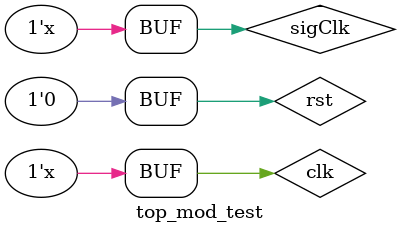
<source format=v>
`timescale 1ns / 1ps


module top_mod_test;

	// Inputs
	reg clk;
	reg sigClk;
	reg rst;
	wire[7:0] data;

	// Outputs
	wire MOSI;
	wire CS;
	wire SCK;
	wire sclk;
	wire sendEnable;
	wire BUSY;
	wire[1:0] Status;
	// Instantiate the Unit Under Test (UUT)
	top uut (
		.clk(clk), 
		.MOSI(MOSI), 
		.CS(CS), 
		.SCK(SCK), 
		.sigClk(sigClk), 
		.rst(rst), 
		.data(data), 
		.sclk(sclk), 
		.sendEnable(sendEnable), 
		.BUSY(BUSY),
		.Status(Status)
	);

	initial begin
		// Initialize Inputs
		clk = 0;
		sigClk = 0;
		rst = 0;


		// Wait 100 ns for global reset to finish
		#100;
		rst = 1;
		#50
		rst = 0;
		// Add stimulus here

	end
always 
	#5 clk = !clk;
always
	#500 sigClk = !sigClk;        
endmodule


</source>
